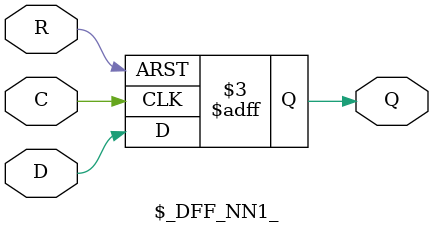
<source format=v>

module \$_DFF_NN1_ (D, C, R, Q);
input D, C, R;
output reg Q;
always @(negedge C or negedge R) begin
	if (R == 0)
		Q <= 1;
	else
		Q <= D;
end
endmodule

</source>
